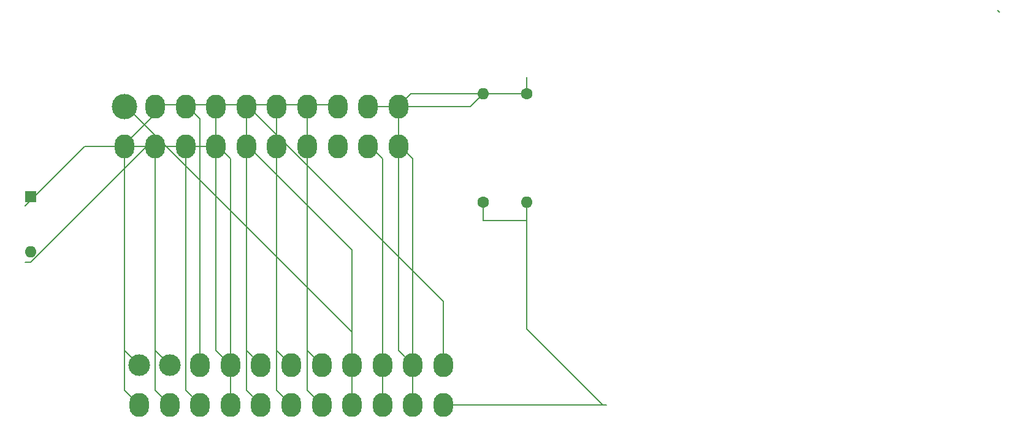
<source format=gbr>
%TF.GenerationSoftware,KiCad,Pcbnew,8.0.1*%
%TF.CreationDate,2024-05-07T20:14:07+02:00*%
%TF.ProjectId,atx,6174782e-6b69-4636-9164-5f7063625858,rev?*%
%TF.SameCoordinates,Original*%
%TF.FileFunction,Copper,L2,Bot*%
%TF.FilePolarity,Positive*%
%FSLAX46Y46*%
G04 Gerber Fmt 4.6, Leading zero omitted, Abs format (unit mm)*
G04 Created by KiCad (PCBNEW 8.0.1) date 2024-05-07 20:14:07*
%MOMM*%
%LPD*%
G01*
G04 APERTURE LIST*
%TA.AperFunction,ComponentPad*%
%ADD10R,1.600000X1.600000*%
%TD*%
%TA.AperFunction,ComponentPad*%
%ADD11O,1.600000X1.600000*%
%TD*%
%TA.AperFunction,ComponentPad*%
%ADD12C,3.000000*%
%TD*%
%TA.AperFunction,ComponentPad*%
%ADD13O,2.700000X3.300000*%
%TD*%
%TA.AperFunction,ComponentPad*%
%ADD14C,1.600000*%
%TD*%
%TA.AperFunction,ComponentPad*%
%ADD15C,3.500000*%
%TD*%
%TA.AperFunction,Conductor*%
%ADD16C,0.200000*%
%TD*%
G04 APERTURE END LIST*
D10*
%TO.P,test switch,1*%
%TO.N,N/C*%
X74500000Y-62200000D03*
D11*
%TO.P,test switch,2*%
X74500000Y-69820000D03*
%TD*%
D12*
%TO.P,power mac g4,1*%
%TO.N,N/C*%
X89500000Y-85500000D03*
%TO.P,power mac g4,2*%
X93700000Y-85500000D03*
D13*
%TO.P,power mac g4,3*%
X97900000Y-85500000D03*
%TO.P,power mac g4,4*%
X102100000Y-85500000D03*
%TO.P,power mac g4,5*%
X106300000Y-85500000D03*
%TO.P,power mac g4,6*%
X110500000Y-85500000D03*
%TO.P,power mac g4,7*%
X114700000Y-85500000D03*
%TO.P,power mac g4,8*%
X118900000Y-85500000D03*
%TO.P,power mac g4,9*%
X123100000Y-85500000D03*
%TO.P,power mac g4,10*%
X127300000Y-85500000D03*
%TO.P,power mac g4,11*%
X131500000Y-85500000D03*
%TO.P,power mac g4,12*%
X89500000Y-91000000D03*
%TO.P,power mac g4,13*%
X93700000Y-91000000D03*
%TO.P,power mac g4,14*%
X97900000Y-91000000D03*
%TO.P,power mac g4,15*%
X102100000Y-91000000D03*
%TO.P,power mac g4,16*%
X106300000Y-91000000D03*
%TO.P,power mac g4,17*%
X110500000Y-91000000D03*
%TO.P,power mac g4,18*%
X114700000Y-91000000D03*
%TO.P,power mac g4,19*%
X118900000Y-91000000D03*
%TO.P,power mac g4,20*%
X123100000Y-91000000D03*
%TO.P,power mac g4,21*%
X127300000Y-91000000D03*
%TO.P,power mac g4,22*%
X131500000Y-91000000D03*
%TD*%
D14*
%TO.P,diode 50v 3A,1*%
%TO.N,N/C*%
X137000000Y-63000000D03*
D11*
%TO.P,diode 50v 3A,2*%
X137000000Y-48000000D03*
%TD*%
D14*
%TO.P,diode 50v 3A,1*%
%TO.N,N/C*%
X143000000Y-48000000D03*
D11*
%TO.P,diode 50v 3A,2*%
X143000000Y-63000000D03*
%TD*%
D13*
%TO.P,atx psu,20*%
%TO.N,N/C*%
X125300000Y-55250000D03*
%TO.P,atx psu,19*%
X121100000Y-55250000D03*
%TO.P,atx psu,18*%
X116900000Y-55250000D03*
%TO.P,atx psu,17*%
X112700000Y-55250000D03*
%TO.P,atx psu,16*%
X108500000Y-55250000D03*
%TO.P,atx psu,15*%
X104300000Y-55250000D03*
%TO.P,atx psu,14*%
X100100000Y-55250000D03*
%TO.P,atx psu,13*%
X95900000Y-55250000D03*
%TO.P,atx psu,12*%
X91700000Y-55250000D03*
%TO.P,atx psu,11*%
X87500000Y-55250000D03*
%TO.P,atx psu,10*%
X125300000Y-49750000D03*
%TO.P,atx psu,9*%
X121100000Y-49750000D03*
%TO.P,atx psu,8*%
X116900000Y-49750000D03*
%TO.P,atx psu,7*%
X112700000Y-49750000D03*
%TO.P,atx psu,6*%
X108500000Y-49750000D03*
%TO.P,atx psu,5*%
X104300000Y-49750000D03*
%TO.P,atx psu,4*%
X100100000Y-49750000D03*
%TO.P,atx psu,3*%
X95900000Y-49750000D03*
%TO.P,atx psu,2*%
X91700000Y-49750000D03*
D15*
%TO.P,atx psu,1*%
X87500000Y-49750000D03*
%TD*%
D16*
%TO.N,*%
X135250000Y-49750000D02*
X137000000Y-48000000D01*
X121100000Y-49750000D02*
X135250000Y-49750000D01*
X143000000Y-65500000D02*
X143000000Y-80500000D01*
X143000000Y-80500000D02*
X153500000Y-91000000D01*
X153500000Y-91000000D02*
X131500000Y-91000000D01*
X154000000Y-91000000D02*
X153500000Y-91000000D01*
X137000000Y-65500000D02*
X143000000Y-65500000D01*
X143000000Y-65500000D02*
X143000000Y-63000000D01*
X137000000Y-63000000D02*
X137000000Y-65500000D01*
X127050000Y-48000000D02*
X125300000Y-49750000D01*
X143000000Y-48000000D02*
X127050000Y-48000000D01*
X90500000Y-55250000D02*
X74500000Y-71250000D01*
X82000000Y-55250000D02*
X73750000Y-63500000D01*
X95900000Y-55250000D02*
X82000000Y-55250000D01*
X74500000Y-71250000D02*
X73750000Y-71250000D01*
X100100000Y-55250000D02*
X90500000Y-55250000D01*
X95900000Y-56350000D02*
X95900000Y-55250000D01*
X97000000Y-55250000D02*
X95900000Y-56350000D01*
X100100000Y-55250000D02*
X97000000Y-55250000D01*
X93000000Y-49500000D02*
X87500000Y-55000000D01*
X116900000Y-49500000D02*
X93000000Y-49500000D01*
X131500000Y-85500000D02*
X131500000Y-76700000D01*
X112700000Y-83500000D02*
X114700000Y-85500000D01*
X118900000Y-91000000D02*
X118900000Y-69600000D01*
X127300000Y-57000000D02*
X125300000Y-55000000D01*
X127300000Y-91000000D02*
X127300000Y-57000000D01*
X97900000Y-85500000D02*
X97900000Y-51500000D01*
X123100000Y-91000000D02*
X123100000Y-57000000D01*
X123100000Y-57000000D02*
X121100000Y-55000000D01*
X208000000Y-36500000D02*
X208250000Y-36750000D01*
X104300000Y-89000000D02*
X106300000Y-91000000D01*
X102100000Y-91000000D02*
X102100000Y-57000000D01*
X118900000Y-85500000D02*
X118900000Y-80900000D01*
X87500000Y-83500000D02*
X89500000Y-85500000D01*
X112700000Y-89000000D02*
X114700000Y-91000000D01*
X102100000Y-57000000D02*
X100100000Y-55000000D01*
X125300000Y-83500000D02*
X127300000Y-85500000D01*
X108500000Y-83500000D02*
X110500000Y-85500000D01*
X143000000Y-48000000D02*
X143000000Y-45750000D01*
X125300000Y-49500000D02*
X125300000Y-83500000D01*
X87500000Y-89000000D02*
X89500000Y-91000000D01*
X118900000Y-69600000D02*
X104300000Y-55000000D01*
X108500000Y-49500000D02*
X108500000Y-83500000D01*
X100100000Y-49500000D02*
X100100000Y-83500000D01*
X121100000Y-49500000D02*
X121500000Y-49500000D01*
X118900000Y-80900000D02*
X87500000Y-49500000D01*
X95900000Y-55000000D02*
X95900000Y-89000000D01*
X87500000Y-55000000D02*
X87500000Y-89000000D01*
X91700000Y-89000000D02*
X93700000Y-91000000D01*
X100100000Y-83500000D02*
X102100000Y-85500000D01*
X104300000Y-49500000D02*
X104300000Y-83500000D01*
X108500000Y-89000000D02*
X110500000Y-91000000D01*
X108500000Y-55000000D02*
X108500000Y-89000000D01*
X97900000Y-51500000D02*
X95900000Y-49500000D01*
X95900000Y-89000000D02*
X97900000Y-91000000D01*
X112700000Y-49500000D02*
X112700000Y-83500000D01*
X104300000Y-83500000D02*
X106300000Y-85500000D01*
X91700000Y-83500000D02*
X93700000Y-85500000D01*
X91700000Y-55000000D02*
X91700000Y-89000000D01*
X104300000Y-55000000D02*
X104300000Y-89000000D01*
X131500000Y-76700000D02*
X104300000Y-49500000D01*
X112700000Y-55000000D02*
X112700000Y-89000000D01*
%TD*%
M02*

</source>
